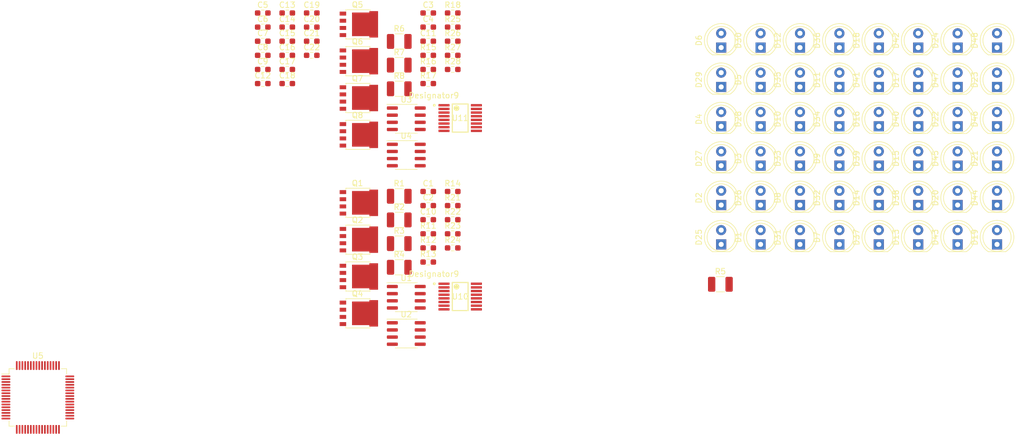
<source format=kicad_pcb>
(kicad_pcb (version 20221018) (generator pcbnew)
  (layers (0 "F.Cu" signal) (31 "B.Cu" signal) (34 "B.Paste" user) (35 "F.Paste" user) (36 "B.SilkS" user "B.Silkscreen") (37 "F.SilkS" user "F.Silkscreen") (38 "B.Mask" user) (39 "F.Mask" user) (44 "Edge.Cuts" user))
  (net 0 "")
  (net 1 "+12V")
  (net 2 "GND")
  (net 3 "+3.3V")
  (net 4 "/LED1")
  (net 5 "Net-(D1-A)")
  (net 6 "Net-(D2-A)")
  (net 7 "Net-(D3-A)")
  (net 8 "Net-(D4-A)")
  (net 9 "Net-(D5-A)")
  (net 10 "/LED2")
  (net 11 "Net-(D7-A)")
  (net 12 "Net-(D8-A)")
  (net 13 "Net-(D10-K)")
  (net 14 "Net-(D10-A)")
  (net 15 "Net-(D11-A)")
  (net 16 "/LED3")
  (net 17 "Net-(D13-A)")
  (net 18 "Net-(D14-A)")
  (net 19 "Net-(D15-A)")
  (net 20 "Net-(D16-A)")
  (net 21 "Net-(D17-A)")
  (net 22 "/LED4")
  (net 23 "Net-(D19-A)")
  (net 24 "Net-(D20-A)")
  (net 25 "Net-(D21-A)")
  (net 26 "Net-(D22-A)")
  (net 27 "Net-(D23-A)")
  (net 28 "/LED5")
  (net 29 "Net-(D25-A)")
  (net 30 "Net-(D26-A)")
  (net 31 "Net-(D27-A)")
  (net 32 "Net-(D28-A)")
  (net 33 "Net-(D29-A)")
  (net 34 "/LED6")
  (net 35 "Net-(D31-A)")
  (net 36 "Net-(D32-A)")
  (net 37 "Net-(D33-A)")
  (net 38 "Net-(D34-A)")
  (net 39 "Net-(D35-A)")
  (net 40 "/LED7")
  (net 41 "Net-(D37-A)")
  (net 42 "Net-(D38-A)")
  (net 43 "Net-(D39-A)")
  (net 44 "Net-(D40-A)")
  (net 45 "Net-(D41-A)")
  (net 46 "/LED8")
  (net 47 "Net-(D43-A)")
  (net 48 "Net-(D44-A)")
  (net 49 "Net-(D45-A)")
  (net 50 "Net-(D46-A)")
  (net 51 "Net-(D47-A)")
  (net 52 "/SENSE1")
  (net 53 "Net-(Q1-G)")
  (net 54 "/SENSE2")
  (net 55 "Net-(Q2-G)")
  (net 56 "/SENSE3")
  (net 57 "Net-(Q3-G)")
  (net 58 "/SENSE4")
  (net 59 "Net-(Q4-G)")
  (net 60 "/SENSE5")
  (net 61 "Net-(Q5-G)")
  (net 62 "/SENSE6")
  (net 63 "Net-(Q6-G)")
  (net 64 "/SENSE7")
  (net 65 "Net-(Q7-G)")
  (net 66 "/SENSE8")
  (net 67 "Net-(Q8-G)")
  (net 68 "Net-(R11-Pad1)")
  (net 69 "Net-(R12-Pad1)")
  (net 70 "Net-(R13-Pad1)")
  (net 71 "Net-(R14-Pad1)")
  (net 72 "Net-(R15-Pad1)")
  (net 73 "Net-(R16-Pad1)")
  (net 74 "Net-(R17-Pad1)")
  (net 75 "Net-(R18-Pad1)")
  (net 76 "/Sheet 2/REF1")
  (net 77 "/Sheet 2/REF2")
  (net 78 "/Sheet 2/REF3")
  (net 79 "/Sheet 2/REF4")
  (net 80 "/Sheet 3/REF1")
  (net 81 "/Sheet 3/REF2")
  (net 82 "/Sheet 3/REF3")
  (net 83 "/Sheet 3/REF4")
  (net 98 "Net-(U5-VSS-Pad15)")
  (net 145 "/SEL1")
  (net 146 "/DAC1")
  (net 148 "/SEL4")
  (net 149 "/SEL3")
  (net 151 "/SEL2")
  (net 152 "/SEL5")
  (net 153 "/DAC2")
  (net 155 "/SEL8")
  (net 156 "/SEL7")
  (net 158 "/SEL6")
  (footprint "LED_THT:LED_D5.0mm" (layer "F.Cu") (at 171 55 90)
    (fp_text reference "D32" (at 1.27 -3.96 90) (layer "F.SilkS"))
    (fp_text value "TLDR5800")
    (pad "1" thru_hole rect (at 0 0 90) (size 1.8 1.8) (drill 0.9) (layers "*.Cu" "*.Mask") (net 35 "Net-(D31-A)"))
    (pad "2" thru_hole circle (at 2.54 0 90) (size 1.8 1.8) (drill 0.9) (layers "*.Cu" "*.Mask") (net 36 "Net-(D32-A)"))
  )
  (footprint "Resistor_SMD:R_0603_1608Metric_Pad0.98x0.95mm_HandSolder" (layer "F.Cu") (at 72.926 33.398)
    (fp_text reference "C18" (at 0 -1.43) (layer "F.SilkS"))
    (fp_text value "10uF")
    (pad "1" smd roundrect (at -0.9125 0) (size 0.975 0.95) (layers "F.Cu" "F.Paste" "F.Mask") (net 1 "+12V"))
    (pad "2" smd roundrect (at 0.9125 0) (size 0.975 0.95) (layers "F.Cu" "F.Paste" "F.Mask") (net 2 "GND"))
  )
  (footprint "LED_THT:LED_D5.0mm" (layer "F.Cu") (at 178 48 90)
    (fp_text reference "D39" (at 1.27 -3.96 90) (layer "F.SilkS"))
    (fp_text value "TLDR5800")
    (pad "1" thru_hole rect (at 0 0 90) (size 1.8 1.8) (drill 0.9) (layers "*.Cu" "*.Mask") (net 42 "Net-(D38-A)"))
    (pad "2" thru_hole circle (at 2.54 0 90) (size 1.8 1.8) (drill 0.9) (layers "*.Cu" "*.Mask") (net 43 "Net-(D39-A)"))
  )
  (footprint "Resistor_SMD:R_0603_1608Metric_Pad0.98x0.95mm_HandSolder" (layer "F.Cu") (at 97.966 25.868)
    (fp_text reference "C11" (at 0 -1.43) (layer "F.SilkS"))
    (fp_text value "1nF")
    (pad "1" smd roundrect (at -0.9125 0) (size 0.975 0.95) (layers "F.Cu" "F.Paste" "F.Mask") (net 3 "+3.3V"))
    (pad "2" smd roundrect (at 0.9125 0) (size 0.975 0.95) (layers "F.Cu" "F.Paste" "F.Mask") (net 2 "GND"))
  )
  (footprint "Package_TO_SOT_SMD:LFPAK56" (layer "F.Cu") (at 85.481 54.608)
    (fp_text reference "Q1" (at -0.08 -3.48) (layer "F.SilkS"))
    (fp_text value "PSMN4R0-30YLD")
    (pad "1" smd rect (at -2.67 -1.91 270) (size 0.7 1.15) (layers "F.Cu" "F.Paste" "F.Mask") (net 52 "/SENSE1"))
    (pad "2" smd rect (at -2.67 -0.64 270) (size 0.7 1.15) (layers "F.Cu" "F.Paste" "F.Mask") (net 52 "/SENSE1"))
    (pad "3" smd rect (at -2.67 0.64 270) (size 0.7 1.15) (layers "F.Cu" "F.Paste" "F.Mask") (net 52 "/SENSE1"))
    (pad "4" smd rect (at -2.67 1.91 270) (size 0.7 1.15) (layers "F.Cu" "F.Paste" "F.Mask") (net 53 "Net-(Q1-G)"))
    (pad "5" smd custom (at 0.6 0) (size 3.3 4.2) (layers "F.Cu" "F.Mask") (net 4 "/LED1") (options (clearance outline) (anchor rect)) (primitives (gr_poly (pts (xy 2.975 2.35) (xy 1.425 2.35) (xy 1.425 -2.35) (xy 2.975 -2.35)) (width 0) (fill yes))))
  )
  (footprint "LED_THT:LED_D5.0mm" (layer "F.Cu") (at 199 62 90)
    (fp_text reference "D19" (at 1.27 -3.96 90) (layer "F.SilkS"))
    (fp_text value "VSLY5850")
    (pad "1" thru_hole rect (at 0 0 90) (size 1.8 1.8) (drill 0.9) (layers "*.Cu" "*.Mask") (net 22 "/LED4"))
    (pad "2" thru_hole circle (at 2.54 0 90) (size 1.8 1.8) (drill 0.9) (layers "*.Cu" "*.Mask") (net 23 "Net-(D19-A)"))
  )
  (footprint "Resistor_SMD:R_0603_1608Metric_Pad0.98x0.95mm_HandSolder" (layer "F.Cu") (at 102.316 60.118)
    (fp_text reference "R23" (at 0 -1.43) (layer "F.SilkS"))
    (fp_text value "100K")
    (pad "1" smd roundrect (at -0.9125 0) (size 0.975 0.95) (layers "F.Cu" "F.Paste" "F.Mask") (net 78 "/Sheet 2/REF3"))
    (pad "2" smd roundrect (at 0.9125 0) (size 0.975 0.95) (layers "F.Cu" "F.Paste" "F.Mask") (net 2 "GND"))
  )
  (footprint "Resistor_SMD:R_0603_1608Metric_Pad0.98x0.95mm_HandSolder" (layer "F.Cu") (at 102.316 28.378)
    (fp_text reference "R27" (at 0 -1.43) (layer "F.SilkS"))
    (fp_text value "100K")
    (pad "1" smd roundrect (at -0.9125 0) (size 0.975 0.95) (layers "F.Cu" "F.Paste" "F.Mask") (net 82 "/Sheet 3/REF3"))
    (pad "2" smd roundrect (at 0.9125 0) (size 0.975 0.95) (layers "F.Cu" "F.Paste" "F.Mask") (net 2 "GND"))
  )
  (footprint "LED_THT:LED_D5.0mm" (layer "F.Cu") (at 150 34 90)
    (fp_text reference "D29" (at 1.27 -3.96 90) (layer "F.SilkS"))
    (fp_text value "TLDR5800")
    (pad "1" thru_hole rect (at 0 0 90) (size 1.8 1.8) (drill 0.9) (layers "*.Cu" "*.Mask") (net 32 "Net-(D28-A)"))
    (pad "2" thru_hole circle (at 2.54 0 90) (size 1.8 1.8) (drill 0.9) (layers "*.Cu" "*.Mask") (net 33 "Net-(D29-A)"))
  )
  (footprint "Resistor_SMD:R_0603_1608Metric_Pad0.98x0.95mm_HandSolder" (layer "F.Cu") (at 72.926 28.378)
    (fp_text reference "C16" (at 0 -1.43) (layer "F.SilkS"))
    (fp_text value "10uF")
    (pad "1" smd roundrect (at -0.9125 0) (size 0.975 0.95) (layers "F.Cu" "F.Paste" "F.Mask") (net 1 "+12V"))
    (pad "2" smd roundrect (at 0.9125 0) (size 0.975 0.95) (layers "F.Cu" "F.Paste" "F.Mask") (net 2 "GND"))
  )
  (footprint "LED_THT:LED_D5.0mm" (layer "F.Cu") (at 157 55 90)
    (fp_text reference "D26" (at 1.27 -3.96 90) (layer "F.SilkS"))
    (fp_text value "TLDR5800")
    (pad "1" thru_hole rect (at 0 0 90) (size 1.8 1.8) (drill 0.9) (layers "*.Cu" "*.Mask") (net 29 "Net-(D25-A)"))
    (pad "2" thru_hole circle (at 2.54 0 90) (size 1.8 1.8) (drill 0.9) (layers "*.Cu" "*.Mask") (net 30 "Net-(D26-A)"))
  )
  (footprint "Resistor_SMD:R_1210_3225Metric_Pad1.30x2.65mm_HandSolder" (layer "F.Cu") (at 92.816 30.118)
    (fp_text reference "R7" (at 0 -2.28) (layer "F.SilkS"))
    (fp_text value "0.510")
    (pad "1" smd roundrect (at -1.55 0) (size 1.3 2.65) (layers "F.Cu" "F.Paste" "F.Mask") (roundrect_rratio 0.192308) (net 64 "/SENSE7"))
    (pad "2" smd roundrect (at 1.55 0) (size 1.3 2.65) (layers "F.Cu" "F.Paste" "F.Mask") (roundrect_rratio 0.192308) (net 2 "GND"))
  )
  (footprint "LED_THT:LED_D5.0mm" (layer "F.Cu") (at 185 41 90)
    (fp_text reference "D40" (at 1.27 -3.96 90) (layer "F.SilkS"))
    (fp_text value "TLDR5800")
    (pad "1" thru_hole rect (at 0 0 90) (size 1.8 1.8) (drill 0.9) (layers "*.Cu" "*.Mask") (net 43 "Net-(D39-A)"))
    (pad "2" thru_hole circle (at 2.54 0 90) (size 1.8 1.8) (drill 0.9) (layers "*.Cu" "*.Mask") (net 44 "Net-(D40-A)"))
  )
  (footprint "Resistor_SMD:R_0603_1608Metric_Pad0.98x0.95mm_HandSolder" (layer "F.Cu") (at 102.316 62.628)
    (fp_text reference "R24" (at 0 -1.43) (layer "F.SilkS"))
    (fp_text value "100K")
    (pad "1" smd roundrect (at -0.9125 0) (size 0.975 0.95) (layers "F.Cu" "F.Paste" "F.Mask") (net 79 "/Sheet 2/REF4"))
    (pad "2" smd roundrect (at 0.9125 0) (size 0.975 0.95) (layers "F.Cu" "F.Paste" "F.Mask") (net 2 "GND"))
  )
  (footprint "Resistor_SMD:R_0603_1608Metric_Pad0.98x0.95mm_HandSolder" (layer "F.Cu") (at 72.926 30.888)
    (fp_text reference "C17" (at 0 -1.43) (layer "F.SilkS"))
    (fp_text value "10uF")
    (pad "1" smd roundrect (at -0.9125 0) (size 0.975 0.95) (layers "F.Cu" "F.Paste" "F.Mask") (net 1 "+12V"))
    (pad "2" smd roundrect (at 0.9125 0) (size 0.975 0.95) (layers "F.Cu" "F.Paste" "F.Mask") (net 2 "GND"))
  )
  (footprint "LED_THT:LED_D5.0mm" (layer "F.Cu") (at 178 34 90)
    (fp_text reference "D41" (at 1.27 -3.96 90) (layer "F.SilkS"))
    (fp_text value "TLDR5800")
    (pad "1" thru_hole rect (at 0 0 90) (size 1.8 1.8) (drill 0.9) (layers "*.Cu" "*.Mask") (net 44 "Net-(D40-A)"))
    (pad "2" thru_hole circle (at 2.54 0 90) (size 1.8 1.8) (drill 0.9) (layers "*.Cu" "*.Mask") (net 45 "Net-(D41-A)"))
  )
  (footprint "Resistor_SMD:R_0603_1608Metric_Pad0.98x0.95mm_HandSolder" (layer "F.Cu") (at 68.576 20.848)
    (fp_text reference "C5" (at 0 -1.43) (layer "F.SilkS"))
    (fp_text value "10uF")
    (pad "1" smd roundrect (at -0.9125 0) (size 0.975 0.95) (layers "F.Cu" "F.Paste" "F.Mask") (net 1 "+12V"))
    (pad "2" smd roundrect (at 0.9125 0) (size 0.975 0.95) (layers "F.Cu" "F.Paste" "F.Mask") (net 2 "GND"))
  )
  (footprint "Resistor_SMD:R_0603_1608Metric_Pad0.98x0.95mm_HandSolder" (layer "F.Cu") (at 97.966 55.098)
    (fp_text reference "C2" (at 0 -1.43) (layer "F.SilkS"))
    (fp_text value "1nF")
    (pad "1" smd roundrect (at -0.9125 0) (size 0.975 0.95) (layers "F.Cu" "F.Paste" "F.Mask") (net 1 "+12V"))
    (pad "2" smd roundrect (at 0.9125 0) (size 0.975 0.95) (layers "F.Cu" "F.Paste" "F.Mask") (net 2 "GND"))
  )
  (footprint "Resistor_SMD:R_0603_1608Metric_Pad0.98x0.95mm_HandSolder" (layer "F.Cu") (at 102.316 52.588)
    (fp_text reference "R14" (at 0 -1.43) (layer "F.SilkS"))
    (fp_text value "100")
    (pad "1" smd roundrect (at -0.9125 0) (size 0.975 0.95) (layers "F.Cu" "F.Paste" "F.Mask") (net 71 "Net-(R14-Pad1)"))
    (pad "2" smd roundrect (at 0.9125 0) (size 0.975 0.95) (layers "F.Cu" "F.Paste" "F.Mask") (net 59 "Net-(Q4-G)"))
  )
  (footprint "LED_THT:LED_D5.0mm" (layer "F.Cu") (at 164 34 90)
    (fp_text reference "D35" (at 1.27 -3.96 90) (layer "F.SilkS"))
    (fp_text value "TLDR5800")
    (pad "1" thru_hole rect (at 0 0 90) (size 1.8 1.8) (drill 0.9) (layers "*.Cu" "*.Mask") (net 38 "Net-(D34-A)"))
    (pad "2" thru_hole circle (at 2.54 0 90) (size 1.8 1.8) (drill 0.9) (layers "*.Cu" "*.Mask") (net 39 "Net-(D35-A)"))
  )
  (footprint "Package_TO_SOT_SMD:LFPAK56" (layer "F.Cu") (at 85.481 29.418)
    (fp_text reference "Q6" (at -0.08 -3.48) (layer "F.SilkS"))
    (fp_text value "PSMN4R0-30YLD")
    (pad "1" smd rect (at -2.67 -1.91 270) (size 0.7 1.15) (layers "F.Cu" "F.Paste" "F.Mask") (net 62 "/SENSE6"))
    (pad "2" smd rect (at -2.67 -0.64 270) (size 0.7 1.15) (layers "F.Cu" "F.Paste" "F.Mask") (net 62 "/SENSE6"))
    (pad "3" smd rect (at -2.67 0.64 270) (size 0.7 1.15) (layers "F.Cu" "F.Paste" "F.Mask") (net 62 "/SENSE6"))
    (pad "4" smd rect (at -2.67 1.91 270) (size 0.7 1.15) (layers "F.Cu" "F.Paste" "F.Mask") (net 63 "Net-(Q6-G)"))
    (pad "5" smd custom (at 0.6 0) (size 3.3 4.2) (layers "F.Cu" "F.Mask") (net 34 "/LED6") (options (clearance outline) (anchor rect)) (primitives (gr_poly (pts (xy 2.975 2.35) (xy 1.425 2.35) (xy 1.425 -2.35) (xy 2.975 -2.35)) (width 0) (fill yes))))
  )
  (footprint "LED_THT:LED_D5.0mm" (layer "F.Cu") (at 199 41 90)
    (fp_text reference "D46" (at 1.27 -3.96 90) (layer "F.SilkS"))
    (fp_text value "TLDR5800")
    (pad "1" thru_hole rect (at 0 0 90) (size 1.8 1.8) (drill 0.9) (layers "*.Cu" "*.Mask") (net 49 "Net-(D45-A)"))
    (pad "2" thru_hole circle (at 2.54 0 90) (size 1.8 1.8) (drill 0.9) (layers "*.Cu" "*.Mask") (net 50 "Net-(D46-A)"))
  )
  (footprint "LED_THT:LED_D5.0mm" (layer "F.Cu") (at 157 62 90)
    (fp_text reference "D1" (at 1.27 -3.96 90) (layer "F.SilkS"))
    (fp_text value "VSLY5850")
    (pad "1" thru_hole rect (at 0 0 90) (size 1.8 1.8) (drill 0.9) (layers "*.Cu" "*.Mask") (net 4 "/LED1"))
    (pad "2" thru_hole circle (at 2.54 0 90) (size 1.8 1.8) (drill 0.9) (layers "*.Cu" "*.Mask") (net 5 "Net-(D1-A)"))
  )
  (footprint "Resistor_SMD:R_0603_1608Metric_Pad0.98x0.95mm_HandSolder" (layer "F.Cu") (at 97.966 62.628)
    (fp_text reference "R12" (at 0 -1.43) (layer "F.SilkS"))
    (fp_text value "100")
    (pad "1" smd roundrect (at -0.9125 0) (size 0.975 0.95) (layers "F.Cu" "F.Paste" "F.Mask") (net 69 "Net-(R12-Pad1)"))
    (pad "2" smd roundrect (at 0.9125 0) (size 0.975 0.95) (layers "F.Cu" "F.Paste" "F.Mask") (net 55 "Net-(Q2-G)"))
  )
  (footprint "Resistor_SMD:R_1210_3225Metric_Pad1.30x2.65mm_HandSolder" (layer "F.Cu") (at 92.816 61.858)
    (fp_text reference "R3" (at 0 -2.28) (layer "F.SilkS"))
    (fp_text value "0.510")
    (pad "1" smd roundrect (at -1.55 0) (size 1.3 2.65) (layers "F.Cu" "F.Paste" "F.Mask") (roundrect_rratio 0.192308) (net 56 "/SENSE3"))
    (pad "2" smd roundrect (at 1.55 0) (size 1.3 2.65) (layers "F.Cu" "F.Paste" "F.Mask") (roundrect_rratio 0.192308) (net 2 "GND"))
  )
  (footprint "LED_THT:LED_D5.0mm" (layer "F.Cu") (at 192 55 90)
    (fp_text reference "D20" (at 1.27 -3.96 90) (layer "F.SilkS"))
    (fp_text value "VSLY5850")
    (pad "1" thru_hole rect (at 0 0 90) (size 1.8 1.8) (drill 0.9) (layers "*.Cu" "*.Mask") (net 23 "Net-(D19-A)"))
    (pad "2" thru_hole circle (at 2.54 0 90) (size 1.8 1.8) (drill 0.9) (layers "*.Cu" "*.Mask") (net 24 "Net-(D20-A)"))
  )
  (footprint "LED_THT:LED_D5.0mm" (layer "F.Cu") (at 185 48 90)
    (fp_text reference "D15" (at 1.27 -3.96 90) (layer "F.SilkS"))
    (fp_text value "VSLY5850")
    (pad "1" thru_hole rect (at 0 0 90) (size 1.8 1.8) (drill 0.9) (layers "*.Cu" "*.Mask") (net 18 "Net-(D14-A)"))
    (pad "2" thru_hole circle (at 2.54 0 90) (size 1.8 1.8) (drill 0.9) (layers "*.Cu" "*.Mask") (net 19 "Net-(D15-A)"))
  )
  (footprint "LED_THT:LED_D5.0mm" (layer "F.Cu") (at 171 27 90)
    (fp_text reference "D36" (at 1.27 -3.96 90) (layer "F.SilkS"))
    (fp_text value "TLDR5800")
    (pad "1" thru_hole rect (at 0 0 90) (size 1.8 1.8) (drill 0.9) (layers "*.Cu" "*.Mask") (net 39 "Net-(D35-A)"))
    (pad "2" thru_hole circle (at 2.54 0 90) (size 1.8 1.8) (drill 0.9) (layers "*.Cu" "*.Mask") (net 1 "+12V"))
  )
  (footprint "Resistor_SMD:R_0603_1608Metric_Pad0.98x0.95mm_HandSolder" (layer "F.Cu") (at 97.966 28.378)
    (fp_text reference "R15" (at 0 -1.43) (layer "F.SilkS"))
    (fp_text value "100")
    (pad "1" smd roundrect (at -0.9125 0) (size 0.975 0.95) (layers "F.Cu" "F.Paste" "F.Mask") (net 72 "Net-(R15-Pad1)"))
    (pad "2" smd roundrect (at 0.9125 0) (size 0.975 0.95) (layers "F.Cu" "F.Paste" "F.Mask") (net 61 "Net-(Q5-G)"))
  )
  (footprint "LED_THT:LED_D5.0mm" (layer "F.Cu") (at 185 34 90)
    (fp_text reference "D17" (at 1.27 -3.96 90) (layer "F.SilkS"))
    (fp_text value "VSLY5850")
    (pad "1" thru_hole rect (at 0 0 90) (size 1.8 1.8) (drill 0.9) (layers "*.Cu" "*.Mask") (net 20 "Net-(D16-A)"))
    (pad "2" thru_hole circle (at 2.54 0 90) (size 1.8 1.8) (drill 0.9) (layers "*.Cu" "*.Mask") (net 21 "Net-(D17-A)"))
  )
  (footprint "Package_TO_SOT_SMD:LFPAK56" (layer "F.Cu") (at 85.481 35.968)
    (fp_text reference "Q7" (at -0.08 -3.48) (layer "F.SilkS"))
    (fp_text value "PSMN4R0-30YLD")
    (pad "1" smd rect (at -2.67 -1.91 270) (size 0.7 1.15) (layers "F.Cu" "F.Paste" "F.Mask") (net 64 "/SENSE7"))
    (pad "2" smd rect (at -2.67 -0.64 270) (size 0.7 1.15) (layers "F.Cu" "F.Paste" "F.Mask") (net 64 "/SENSE7"))
    (pad "3" smd rect (at -2.67 0.64 270) (size 0.7 1.15) (layers "F.Cu" "F.Paste" "F.Mask") (net 64 "/SENSE7"))
    (pad "4" smd rect (at -2.67 1.91 270) (size 0.7 1.15) (layers "F.Cu" "F.Paste" "F.Mask") (net 65 "Net-(Q7-G)"))
    (pad "5" smd custom (at 0.6 0) (size 3.3 4.2) (layers "F.Cu" "F.Mask") (net 40 "/LED7") (options (clearance outline) (anchor rect)) (primitives (gr_poly (pts (xy 2.975 2.35) (xy 1.425 2.35) (xy 1.425 -2.35) (xy 2.975 -2.35)) (width 0) (fill yes))))
  )
  (footprint "Resistor_SMD:R_0603_1608Metric_Pad0.98x0.95mm_HandSolder" (layer "F.Cu") (at 97.966 60.118)
    (fp_text reference "R11" (at 0 -1.43) (layer "F.SilkS"))
    (fp_text value "100")
    (pad "1" smd roundrect (at -0.9125 0) (size 0.975 0.95) (layers "F.Cu" "F.Paste" "F.Mask") (net 68 "Net-(R11-Pad1)"))
    (pad "2" smd roundrect (at 0.9125 0) (size 0.975 0.95) (layers "F.Cu" "F.Paste" "F.Mask") (net 53 "Net-(Q1-G)"))
  )
  (footprint "LED_THT:LED_D5.0mm" (layer "F.Cu") (at 178 62 90)
    (fp_text reference "D37" (at 1.27 -3.96 90) (layer "F.SilkS"))
    (fp_text value "TLDR5800")
    (pad "1" thru_hole rect (at 0 0 90) (size 1.8 1.8) (drill 0.9) (layers "*.Cu" "*.Mask") (net 40 "/LED7"))
    (pad "2" thru_hole circle (at 2.54 0 90) (size 1.8 1.8) (drill 0.9) (layers "*.Cu" "*.Mask") (net 41 "Net-(D37-A)"))
  )
  (footprint "LED_THT:LED_D5.0mm" (layer "F.Cu") (at 178 55 90)
    (fp_text reference "D14" (at 1.27 -3.96 90) (layer "F.SilkS"))
    (fp_text value "VSLY5850")
    (pad "1" thru_hole rect (at 0 0 90) (size 1.8 1.8) (drill 0.9) (layers "*.Cu" "*.Mask") (net 17 "Net-(D13-A)"))
    (pad "2" thru_hole circle (at 2.54 0 90) (size 1.8 1.8) (drill 0.9) (layers "*.Cu" "*.Mask") (net 18 "Net-(D14-A)"))
  )
  (footprint "Resistor_SMD:R_0603_1608Metric_Pad0.98x0.95mm_HandSolder" (layer "F.Cu") (at 102.316 30.888)
    (fp_text reference "R28" (at 0 -1.43) (layer "F.SilkS"))
    (fp_text value "100K")
    (pad "1" smd roundrect (at -0.9125 0) (size 0.975 0.95) (layers "F.Cu" "F.Paste" "F.Mask") (net 83 "/Sheet 3/REF4"))
    (pad "2" smd roundrect (at 0.9125 0) (size 0.975 0.95) (layers "F.Cu" "F.Paste" "F.Mask") (net 2 "GND"))
  )
  (footprint "LED_THT:LED_D5.0mm" (layer "F.Cu") (at 199 55 90)
    (fp_text reference "D44" (at 1.27 -3.96 90) (layer "F.SilkS"))
    (fp_text value "TLDR5800")
    (pad "1" thru_hole rect (at 0 0 90) (size 1.8 1.8) (drill 0.9) (layers "*.Cu" "*.Mask") (net 47 "Net-(D43-A)"))
    (pad "2" thru_hole circle (at 2.54 0 90) (size 1.8 1.8) (drill 0.9) (layers "*.Cu" "*.Mask") (net 48 "Net-(D44-A)"))
  )
  (footprint "Resistor_SMD:R_0603_1608Metric_Pad0.98x0.95mm_HandSolder" (layer "F.Cu") (at 97.966 20.848)
    (fp_text reference "C3" (at 0 -1.43) (layer "F.SilkS"))
    (fp_text value "1nF")
    (pad "1" smd roundrect (at -0.9125 0) (size 0.975 0.95) (layers "F.Cu" "F.Paste" "F.Mask") (net 1 "+12V"))
    (pad "2" smd roundrect (at 0.9125 0) (size 0.975 0.95) (layers "F.Cu" "F.Paste" "F.Mask") (net 2 "GND"))
  )
  (footprint "Resistor_SMD:R_1210_3225Metric_Pad1.30x2.65mm_HandSolder" (layer "F.Cu") (at 92.816 34.328)
    (fp_text reference "R8" (at 0 -2.28) (layer "F.SilkS"))
    (fp_text value "0.510")
    (pad "1" smd roundrect (at -1.55 0) (size 1.3 2.65) (layers "F.Cu" "F.Paste" "F.Mask") (roundrect_rratio 0.192308) (net 66 "/SENSE8"))
    (pad "2" smd roundrect (at 1.55 0) (size 1.3 2.65) (layers "F.Cu" "F.Paste" "F.Mask") (roundrect_rratio 0.192308) (net 2 "GND"))
  )
  (footprint "Resistor_SMD:R_0603_1608Metric_Pad0.98x0.95mm_HandSolder" (layer "F.Cu") (at 97.966 30.888)
    (fp_text reference "R16" (at 0 -1.43) (layer "F.SilkS"))
    (fp_text value "100")
    (pad "1" smd roundrect (at -0.9125 0) (size 0.975 0.95) (layers "F.Cu" "F.Paste" "F.Mask") (net 73 "Net-(R16-Pad1)"))
    (pad "2" smd roundrect (at 0.9125 0) (size 0.975 0.95) (layers "F.Cu" "F.Paste" "F.Mask") (net 63 "Net-(Q6-G)"))
  )
  (footprint "Resistor_SMD:R_0603_1608Metric_Pad0.98x0.95mm_HandSolder" (layer "F.Cu") (at 68.576 28.378)
    (fp_text reference "C8" (at 0 -1.43) (layer "F.SilkS"))
    (fp_text value "10uF")
    (pad "1" smd roundrect (at -0.9125 0) (size 0.975 0.95) (layers "F.Cu" "F.Paste" "F.Mask") (net 1 "+12V"))
    (pad "2" smd roundrect (at 0.9125 0) (size 0.975 0.95) (layers "F.Cu" "F.Paste" "F.Mask") (net 2 "GND"))
  )
  (footprint "Local:PW0016A-IPC_A" (layer "F.Cu") (at 103.644101 71.273)
    (fp_text reference "U10" (at 0 0 unlocked) (layer "F.SilkS"))
    (fp_text value "TMUX1112PWR")
    (fp_text user "Designator9" (at -4.6736 -4.0132 unlocked) (layer "F.SilkS"))
    (pad "1" smd rect (at -2.875384 -2.274999) (size 1.955432 0.420766) (layers "F.Cu" "F.Paste" "F.Mask") (net 145 "/SEL1"))
    (pad "2" smd rect (at -2.875384 -1.625001) (size 1.955432 0.420766) (layers "F.Cu" "F.Paste" "F.Mask") (net 76 "/Sheet 2/REF1"))
    (pad "3" smd rect (at -2.875384 -0.974999) (size 1.955432 0.420766) (layers "F.Cu" "F.Paste" "F.Mask") (net 146 "/DAC1"))
    (pad "4" smd rect (at -2.875384 -0.325001) (size 1.955432 0.420766) (layers "F.Cu" "F.Paste" "F.Mask"))
    (pad "5" smd rect (at -2.875384 0.325001) (size 1.955432 0.420766) (layers "F.Cu" "F.Paste" "F.Mask") (net 2 "GND"))
    (pad "6" smd rect (at -2.875384 0.974999) (size 1.955432 0.420766) (layers "F.Cu" "F.Paste" "F.Mask") (net 146 "/DAC1"))
    (pad "7" smd rect (at -2.875384 1.625001) (size 1.955432 0.420766) (layers "F.Cu" "F.Paste" "F.Mask") (net 79 "/Sheet 2/REF4"))
    (pad "8" smd rect (at -2.875384 2.274999) (size 1.955432 0.420766) (layers "F.Cu" "F.Paste" "F.Mask") (net 148 "/SEL4"))
    (pad "9" smd rect (at 2.875384 2.274999) (size 1.955432 0.420766) (layers "F.Cu" "F.Paste" "F.Mask") (net 149 "/SEL3"))
    (pad "10" smd rect (at 2.875384 1.625001) (size 1.955432 0.420766) (layers "F.Cu" "F.Paste" "F.Mask") (net 78 "/Sheet 2/REF3"))
    (pad "11" smd rect (at 2.875384 0.974999) (size 1.955432 0.420766) (layers "F.Cu" "F.Paste" "F.Mask") (net 146 "/DAC1"))
    (pad "12" smd rect (at 2.875384 0.325001) (size 1.955432 0.420766) (layers "F.Cu" "F.Paste" "F.Mask"))
    (pad "13" smd rect (at 2.875384 -0.325001) (size 1.955432 0.420766) (layers "F.Cu" "F.Paste" "F.Mask") (net 3 "+3.3V"))
    (pad "14" smd rect (at 2.875384 -0.974999) (size 1.955432 0.420766) (layers "F.Cu" "F.Paste" "F.Mask") (net 146 "/DAC1"))
    (pad "15" smd rect (at 2.875384 -1.625001) (size 1.955432 0.420766) (layers "F.Cu" "F.Paste" "F.Mask") (net 77 "/Sheet 2/REF2"))
    (pad "16" smd rect (at 2.875384 -2.274999) (size 1.955432 0.420766) (layers "F.Cu" "F.Paste" "F.Mask") (net 151 "/SEL2"))
  )
  (footprint "Package_TO_SOT_SMD:LFPAK56" (layer "F.Cu") (at 85.481 42.518)
    (fp_text reference "Q8" (at -0.08 -3.48) (layer "F.SilkS"))
    (fp_text value "PSMN4R0-30YLD")
    (pad "1" smd rect (at -2.67 -1.91 270) (size 0.7 1.15) (layers "F.Cu" "F.Paste" "F.Mask") (net 66 "/SENSE8"))
    (pad "2" smd rect (at -2.67 -0.64 270) (size 0.7 1.15) (layers "F.Cu" "F.Paste" "F.Mask") (net 66 "/SENSE8"))
    (pad "3" smd rect (at -2.67 0.64 270) (size 0.7 1.15) (layers "F.Cu" "F.Paste" "F.Mask") (net 66 "/SENSE8"))
    (pad "4" smd rect (at -2.67 1.91 270) (size 0.7 1.15) (layers "F.Cu" "F.Paste" "F.Mask") (net 67 "Net-(Q8-G)"))
    (pad "5" smd custom (at 0.6 0) (size 3.3 4.2) (layers "F.Cu" "F.Mask") (net 46 "/LED8") (options (clearance outline) (anchor rect)) (primitives (gr_poly (pts (xy 2.975 2.35) (xy 1.425 2.35) (xy 1.425 -2.35) (xy 2.975 -2.35)) (width 0) (fill yes))))
  )
  (footprint "Package_QFP:LQFP-64_10x10mm_P0.5mm" (layer "F.Cu") (at 28.626 89.218)
    (fp_text reference "U5" (at 0 -7.4) (layer "F.SilkS"))
    (fp_text value "STM32G431RBTx")
    (pad "1" smd roundrect (at -5.675 -3.75) (size 1.55 0.3) (layers "F.Cu" "F.Paste" "F.Mask"))
    (pad "2" smd roundrect (at -5.675 -3.25) (size 1.55 0.3) (layers "F.Cu" "F.Paste" "F.Mask"))
    (pad "3" smd roundrect (at -5.675 -2.75) (size 1.55 0.3) (layers "F.Cu" "F.Paste" "F.Mask"))
    (pad "4" smd roundrect (at -5.675 -2.25) (size 1.55 0.3) (layers "F.Cu" "F.Paste" "F.Mask"))
    (pad "5" smd roundrect (at -5.675 -1.75) (size 1.55 0.3) (layers "F.Cu" "F.Paste" "F.Mask"))
    (pad "6" smd roundrect (at -5.675 -1.25) (size 1.55 0.3) (layers "F.Cu" "F.Paste" "F.Mask"))
    (pad "7" smd roundrect (at -5.675 -0.75) (size 1.55 0.3) (layers "F.Cu" "F.Paste" "F.Mask"))
    (pad "8" smd roundrect (at -5.675 -0.25) (size 1.55 0.3) (layers "F.Cu" "F.Paste" "F.Mask"))
    (pad "9" smd roundrect (at -5.675 0.25) (size 1.55 0.3) (layers "F.Cu" "F.Paste" "F.Mask"))
    (pad "10" smd roundrect (at -5.675 0.75) (size 1.55 0.3) (layers "F.Cu" "F.Paste" "F.Mask"))
    (pad "11" smd roundrect (at -5.675 1.25) (size 1.55 0.3) (layers "F.Cu" "F.Paste" "F.Mask"))
    (pad "12" smd roundrect (at -5.675 1.75) (size 1.55 0.3) (layers "F.Cu" "F.Paste" "F.Mask"))
    (pad "13" smd roundrect (at -5.675 2.25) (size 1.55 0.3) (layers "F.Cu" "F.Paste" "F.Mask"))
    (pad "14" smd roundrect (at -5.675 2.75) (size 1.55 0.3) (layers "F.Cu" "F.Paste" "F.Mask"))
    (pad "15" smd roundrect (at -5.675 3.25) (size 1.55 0.3) (layers "F.Cu" "F.Paste" "F.Mask") (net 98 "Net-(U5-VSS-Pad15)"))
    (pad "16" smd roundrect (at -5.675 3.75) (size 1.55 0.3) (layers "F.Cu" "F.Paste" "F.Mask"))
    (pad "17" smd roundrect (at -3.75 5.675) (size 0.3 1.55) (layers "F.Cu" "F.Paste" "F.Mask"))
    (pad "18" smd roundrect (at -3.25 5.675) (size 0.3 1.55) (layers "F.Cu" "F.Paste" "F.Mask"))
    (pad "19" smd roundrect (at -2.75 5.675) (size 0.3 1.55) (layers "F.Cu" "F.Paste" "F.Mask"))
    (pad "20" smd roundrect (at -2.25 5.675) (size 0.3 1.55) (layers "F.Cu" "F.Paste" "F.Mask"))
    (pad "21" smd roundrect (at -1.75 5.675) (size 0.3 1.55) (layers "F.Cu" "F.Paste" "F.Mask"))
    (pad "22" smd roundrect (at -1.25 5.675) (size 0.3 1.55) (layers "F.Cu" "F.Paste" "F.Mask"))
    (pad "23" smd roundrect (at -0.75 5.675) (size 0.3 1.55) (layers "F.Cu" "F.Paste" "F.Mask"))
    (pad "24" smd roundrect (at -0.25 5.675) (size 0.3 1.55) (layers "F.Cu" "F.Paste" "F.Mask"))
    (pad "25" smd roundrect (at 0.25 5.675) (size 0.3 1.55) (layers "F.Cu" "F.Paste" "F.Mask"))
    (pad "26" smd roundrect (at 0.75 5.675) (size 0.3 1.55) (layers "F.Cu" "F.Paste" "F.Mask"))
    (pad "27" smd roundrect (at 1.25 5.675) (size 0.3 1.55) (layers "F.Cu" "F.Paste" "F.Mask"))
    (pad "28" smd roundrect (at 1.75 5.675) (size 0.3 1.55) (layers "F.Cu" "F.Paste" "F.Mask"))
    (pad "29" smd roundrect (at 2.25 5.675) (size 0.3 1.55) (layers "F.Cu" "F.Paste" "F.Mask"))
    (pad "30" smd roundrect (at 2.75 5.675) (size 0.3 1.55) (layers "F.Cu" "F.Paste" "F.Mask"))
    (pad "31" smd roundrect (at 3.25 5.675) (size 0.3 1.55) (layers "F.Cu" "F.Paste" "F.Mask") (net 98 "Net-(U5-VSS-Pad15)"))
    (pad "32" smd roundrect (at 3.75 5.675) (size 0.3 1.55) (layers "F.Cu" "F.Paste" "F.Mask"))
    (pad "33" smd roundrect (at 5.675 3.75) (size 1.55 0.3) (layers "F.Cu" "F.Paste" "F.Mask"))
    (pad "34" smd roundrect (at 5.675 3.25) (size 1.55 0.3) (layers "F.Cu" "F.Paste" "F.Mask"))
    (pad "35" smd roundrect (at 5.675 2.75) (size 1.55 0.3) (layers "F.Cu" "F.Paste" "F.Mask"))
    (pad "36" smd roundrect (at 5.675 2.25) (size 1.55 0.3) (layers "F.Cu" "F.Paste" "F.Mask"))
    (pad "37" smd roundrect (at 5.675 1.75) (size 1.55 0.3) (layers "F.Cu" "F.Paste" "F.Mask"))
    (pad "38" smd roundrect (at 5.675 1.25) (size 1.55 0.3) (layers "F.Cu" "F.Paste" "F.Mask"))
    (pad "39" smd roundrect (at 5.675 0.75) (size 1.55 0.3) (layers "F.Cu" "F.Paste" "F.Mask"))
    (pad "40" smd roundrect (at 5.675 0.25) (size 1.55 0.3) (layers "F.Cu" "F.Paste" "F.Mask"))
    (pad "41" smd roundrect (at 5.675 -0.25) (size 1.55 0.3) (layers "F.Cu" "F.Paste" "F.Mask"))
    (pad "42" smd roundrect (at 5.675 -0.75) (size 1.55 0.3) (layers "F.Cu" "F.Paste" "F.Mask"))
    (pad "43" smd roundrect (at 5.675 -1.25) (size 1.55 0.3) (layers "F.Cu" "F.Paste" "F.Mask"))
    (pad "44" smd roundrect (at 5.675 -1.75) (size 1.55 0.3) (layers "F.Cu" "F.Paste" "F.Mask"))
    (pad "45" smd roundrect (at 5.675 -2.25) (size 1.55 0.3) (layers "F.Cu" "F.Paste" "F.Mask"))
    (pad "46" smd roundrect (at 5.675 -2.75) (size 1.55 0.3) (layers "F.Cu" "F.Paste" "F.Mask"))
    (pad "47" smd roundrect (at 5.675 -3.25) (size 1.55 0.3) (layers "F.Cu" "F.Paste" "F.Mask") (net 98 "Net-(U5-VSS-Pad15)"))
    (pad "48" smd roundrect (at 5.675 -3.75) (size 1.55 0.3) (layers "F.Cu" "F.Paste" "F.Mask"))
    (pad "49" smd roundrect (at 3.75 -5.675) (size 0.3 1.55) (layers "F.Cu" "F.Paste" "F.Mask"))
    (pad "50" smd roundrect (at 3.25 -5.675) (size 0.3 1.55) (layers "F.Cu" "F.Paste" "F.Mask"))
    (pad "51" smd roundrect (at 2.75 -5.675) (size 0.3 1.55) (layers "F.Cu" "F.Paste" "F.Mask"))
    (pad "52" smd roundrect (at 2.25 -5.675) (size 0.3 1.55) (layers "F.Cu" "F.Paste" "F.Mask"))
    (pad "53" smd roundrect (at 1.75 -5.675) (size 0.3 1.55) (layers "F.Cu" "F.Paste" "F.Mask"))
    (pad "54" smd roundrect (at 1.25 -5.675) (size 0.3 1.55) (layers "F.Cu" "F.Paste" "F.Mask"))
    (pad "55" smd roundrect (at 0.75 -5.675) (size 0.3 1.55) (layers "F.Cu" "F.Paste" "F.Mask"))
    (pad "56" smd roundrect (at 0.25 -5.675) (size 0.3 1.55) (layers "F.Cu" "F.Paste" "F.Mask"))
    (pad "57" smd roundrect (at -0.25 -5.675) (size 0.3 1.55) (layers "F.Cu" "F.Paste" "F.Mask"))
    (pad "58" smd roundrect (at -0.75 -5.675) (size 0.3 1.55) (layers "F.Cu" "F.Paste" "F.Mask"))
    (pad "59" smd roundrect (at -1.25 -5.675) (size 0.3 1.55) (layers "F.Cu" "F.Paste" "F.Mask"))
    (pad "60" smd roundrect (at -1.75 -5.675) (size 0.3 1.55) (layers "F.Cu" "F.Paste" "F.Mask"))
    (pad "61" smd roundrect (at -2.25 -5.675) (size 0.3 1.55) (layers "F.Cu" "F.Paste" "F.Mask"))
    (pad "62" smd roundrect (at -2.75 -5.675) (size 0.3 1.55) (layers "F.Cu" "F.Paste" "F.Mask"))
    (pad "63" smd roundrect (at -3.25 -5.675) (size 0.3 1.55) (layers "F.Cu" "F.Paste" "F.Mask") (net 98 "Net-(U5-VSS-Pad15)"))
    (pad "64" smd roundrect (at -3.75 -5.675) (size 0.3 1.55) (layers "F.Cu" "F.Paste" "F.Mask"))
  )
  (footprint "Resistor_SMD:R_1210_3225Metric_Pad1.30x2.65mm_HandSolder" (layer "F.Cu") (at 92.816 25.908)
    (fp_text reference "R6" (at 0 -2.28) (layer "F.SilkS"))
    (fp_text value "0.510")
    (pad "1" smd roundrect (at -1.55 0) (size 1.3 2.65) (layers "F.Cu" "F.Paste" "F.Mask") (roundrect_rratio 0.192308) (net 62 "/SENSE6"))
    (pad "2" smd roundrect (at 1.55 0) (size 1.3 2.65) (layers "F.Cu" "F.Paste" "F.Mask") (roundrect_rratio 0.192308) (net 2 "GND"))
  )
  (footprint "Resistor_SMD:R_0603_1608Metric_Pad0.98x0.95mm_HandSolder" (layer "F.Cu") (at 68.576 30.888)
    (fp_text reference "C9" (at 0 -1.43) (layer "F.SilkS"))
    (fp_text value "10uF")
    (pad "1" smd roundrect (at -0.9125 0) (size 0.975 0.95) (layers "F.Cu" "F.Paste" "F.Mask") (net 1 "+12V"))
    (pad "2" smd roundrect (at 0.9125 0) (size 0.975 0.95) (layers "F.Cu" "F.Paste" "F.Mask") (net 2 "GND"))
  )
  (footprint "LED_THT:LED_D5.0mm" (layer "F.Cu") (at 157 34 90)
    (fp_text reference "D5" (at 1.27 -3.96 90) (layer "F.SilkS"))
    (fp_text value "VSLY5850")
    (pad "1" thru_hole rect (at 0 0 90) (size 1.8 1.8) (drill 0.9) (layers "*.Cu" "*.Mask") (net 8 "Net-(D4-A)"))
    (pad "2" thru_hole circle (at 2.54 0 90) (size 1.8 1.8) (drill 0.9) (layers "*.Cu" "*.Mask") (net 9 "Net-(D5-A)"))
  )
  (footprint "LED_THT:LED_D5.0mm" (layer "F.Cu") (at 150 62 90)
    (fp_text reference "D25" (at 1.27 -3.96 90) (layer "F.SilkS"))
    (fp_text value "TLDR5800")
    (pad "1" thru_hole rect (at 0 0 90) (size 1.8 1.8) (drill 0.9) (layers "*.Cu" "*.Mask") (net 28 "/LED5"))
    (pad "2" thru_hole circle (at 2.54 0 90) (size 1.8 1.8) (drill 0.9) (layers "*.Cu" "*.Mask") (net 29 "Net-(D25-A)"))
  )
  (footprint "LED_THT:LED_D5.0mm" (layer "F.Cu") (at 164 27 90)
    (fp_text reference "D12" (at 1.27 -3.96 90) (layer "F.SilkS"))
    (fp_text value "VSLY5850")
    (pad "1" thru_hole rect (at 0 0 90) (size 1.8 1.8) (drill 0.9) (layers "*.Cu" "*.Mask") (net 15 "Net-(D11-A)"))
    (pad "2" thru_hole circle (at 2.54 0 90) (size 1.8 1.8) (drill 0.9) (layers "*.Cu" "*.Mask") (net 1 "+12V"))
  )
  (footprint "LED_THT:LED_D5.0mm" (layer "F.Cu") (at 192 27 90)
    (fp_text reference "D24" (at 1.27 -3.96 90) (layer "F.SilkS"))
    (fp_text value "VSLY5850")
    (pad "1" thru_hole rect (at 0 0 90) (size 1.8 1.8) (drill 0.9) (layers "*.Cu" "*.Mask") (net 27 "Net-(D23-A)"))
    (pad "2" thru_hole circle (at 2.54 0 90) (size 1.8 1.8) (drill 0.9) (layers "*.Cu" "*.Mask") (net 1 "+12V"))
  )
  (footprint "LED_THT:LED_D5.0mm" (layer "F.Cu") (at 185 55 90)
    (fp_text reference "D38" (at 1.27 -3.96 90) (layer "F.SilkS"))
    (fp_text value "TLDR5800")
    (pad "1" thru_hole rect (at 0 0 90) (size 1.8 1.8) (drill 0.9) (layers "*.Cu" "*.Mask") (net 41 "Net-(D37-A)"))
    (pad "2" thru_hole circle (at 2.54 0 90) (size 1.8 1.8) (drill 0.9) (layers "*.Cu" "*.Mask") (net 42 "Net-(D38-A)"))
  )
  (footprint "Resistor_SMD:R_0603_1608Metric_Pad0.98x0.95mm_HandSolder" (layer "F.Cu") (at 68.576 23.358)
    (fp_text reference "C6" (at 0 -1.43) (layer "F.SilkS"))
    (fp_text value "10uF")
    (pad "1" smd roundrect (at -0.9125 0) (size 0.975 0.95) (layers "F.Cu" "F.Paste" "F.Mask") (net 1 "+12V"))
    (pad "2" smd roundrect (at 0.9125 0) (size 0.975 0.95) (layers "F.Cu" "F.Paste" "F.Mask") (net 2 "GND"))
  )
  (footprint "LED_THT:LED_D5.0mm" (layer "F.Cu") (at 157 27 90)
    (fp_text reference "D30" (at 1.27 -3.96 90) (layer "F.SilkS"))
    (fp_text value "TLDR5800")
    (pad "1" thru_hole rect (at 0 0 90) (size 1.8 1.8) (drill 0.9) (layers "*.Cu" "*.Mask") (net 33 "Net-(D29-A)"))
    (pad "2" thru_hole circle (at 2.54 0 90) (size 1.8 1.8) (drill 0.9) (layers "*.Cu" "*.Mask") (net 1 "+12V"))
  )
  (footprint "LED_THT:LED_D5.0mm" (layer "F.Cu") (at 157 41 90)
    (fp_text reference "D28" (at 1.27 -3.96 90) (layer "F.SilkS"))
    (fp_text value "TLDR5800")
    (pad "1" thru_hole rect (at 0 0 90) (size 1.8 1.8) (drill 0.9) (layers "*.Cu" "*.Mask") (net 31 "Net-(D27-A)"))
    (pad "2" thru_hole circle (at 2.54 0 90) (size 1.8 1.8) (drill 0.9) (layers "*.Cu" "*.Mask") (net 32 "Net-(D28-A)"))
  )
  (footprint "Package_SO:SOIC-8_3.9x4.9mm_P1.27mm" (layer "F.Cu") (at 94.066 71.398)
    (fp_text reference "U1" (at 0 -3.4) (layer "F.SilkS"))
    (fp_text value "ADA4099-2")
    (pad "1" smd roundrect (at -2.475 -1.905) (size 1.95 0.6) (layers "F.Cu" "F.Paste" "F.Mask") (net 68 "Net-(R11-Pad1)"))
    (pad "2" smd roundrect (at -2.475 -0.635) (size 1.95 0.6) (layers "F.Cu" "F.Paste" "F.Mask") (net 52 "/SENSE1"))
    (pad "3" smd roundrect (at -2.475 0.635) (size 1.95 0.6) (layers "F.Cu" "F.Paste" "F.Mask") (net 76 "/Sheet 2/REF1"))
    (pad "4" smd roundrect (at -2.475 1.905) (size 1.95 0.6) (layers "F.Cu" "F.Paste" "F.Mask") (net 2 "GND"))
    (pad "5" smd roundrect (at 2.475 1.905) (size 1.95 0.6) (layers "F.Cu" "F.Paste" "F.Mask") (net 77 "/Sheet 2/REF2"))
    (pad "6" smd roundrect (at 2.475 0.635) (size 1.95 0.6) (layers "F.Cu" "F.Paste" "F.Mask") (net 54 "/SENSE2"))
    (pad "7" smd roundrect (at 2.475 -0.635) (size 1.95 0.6) (layers "F.Cu" "F.Paste" "F.Mask") (net 69 "Net-(R12-Pad1)"))
    (pad "8" smd roundrect (at 2.475 -1.905) (size 1.95 0.6) (layers "F.Cu" "F.Paste" "F.Mask") (net 1 "+12V"))
  )
  (footprint "LED_THT:LED_D5.0mm" (layer "F.Cu") (at 199 27 90)
    (fp_text reference "D48" (at 1.27 -3.96 90) (layer "F.SilkS"))
    (fp_text value "TLDR5800")
    (pad "1" thru_hole rect (at 0 0 90) (size 1.8 1.8) (drill 0.9) (layers "*.Cu" "*.Mask") (net 51 "Net-(D47-A)"))
    (pad "2" thru_hole circle (at 2.54 0 90) (size 1.8 1.8) (drill 0.9) (layers "*.Cu" "*.Mask") (net 1 "+12V"))
  )
  (footprint "LED_THT:LED_D5.0mm" (layer "F.Cu") (at 185 27 90)
    (fp_text reference "D42" (at 1.27 -3.96 90) (layer "F.SilkS"))
    (fp_text value "TLDR5800")
    (pad "1" thru_hole rect (at 0 0 90) (size 1.8 1.8) (drill 0.9) (layers "*.Cu" "*.Mask") (net 45 "Net-(D41-A)"))
    (pad "2" thru_hole circle (at 2.54 0 90) (size 1.8 1.8) (drill 0.9) (layers "*.Cu" "*.Mask") (net 1 "+12V"))
  )
  (footprint "Resistor_SMD:R_1210_3225Metric_Pad1.30x2.65mm_HandSolder" (layer "F.Cu") (at 149.86 69.088)
    (fp_text reference "R5" (at 0 -2.28) (layer "F.SilkS"))
    (fp_text value "0.510")
    (pad "1" smd roundrect (at -1.55 0) (size 1.3 2.65) (layers "F.Cu" "F.Paste" "F.Mask") (roundrect_rratio 0.192308) (net 60 "/SENSE5"))
    (pad "2" smd roundrect (at 1.55 0) (size 1.3 2.65) (layers "F.Cu" "F.Paste" "F.Mask") (roundrect_rratio 0.192308) (net 2 "GND"))
  )
  (footprint "Package_TO_SOT_SMD:LFPAK56" (layer "F.Cu") (at 85.481 67.708)
    (fp_text reference "Q3" (at -0.08 -3.48) (layer "F.SilkS"))
    (fp_text value "PSMN4R0-30YLD")
    (pad "1" smd rect (at -2.67 -1.91 270) (size 0.7 1.15) (layers "F.Cu" "F.Paste" "F.Mask") (net 56 "/SENSE3"))
    (pad "2" smd rect (at -2.67 -0.64 270) (size 0.7 1.15) (layers "F.Cu" "F.Paste" "F.Mask") (net 56 "/SENSE3"))
    (pad "3" smd rect (at -2.67 0.64 270) (size 0.7 1.15) (layers "F.Cu" "F.Paste" "F.Mask") (net 56 "/SENSE3"))
    (pad "4" smd rect (at -2.67 1.91 270) (size 0.7 1.15) (layers "F.Cu" "F.Paste" "F.Mask") (net 57 "Net-(Q3-G)"))
    (pad "5" smd custom (at 0.6 0) (size 3.3 4.2) (layers "F.Cu" "F.Mask") (net 16 "/LED3") (options (clearance outline) (anchor rect)) (primitives (gr_poly (pts (xy 2.975 2.35) (xy 1.425 2.35) (xy 1.425 -2.35) (xy 2.975 -2.35)) (width 0) (fill yes))))
  )
  (footprint "LED_THT:LED_D5.0mm" (layer "F.Cu") (at 171 34 90)
    (fp_text reference "D11" (at 1.27 -3.96 90) (layer "F.SilkS"))
    (fp_text value "VSLY5850")
    (pad "1" thru_hole rect (at 0 0 90) (size 1.8 1.8) (drill 0.9) (layers "*.Cu" "*.Mask") (net 14 "Net-(D10-A)"))
    (pad "2" thru_hole circle (at 2.54 0 90) (size 1.8 1.8) (drill 0.9) (layers "*.Cu" "*.Mask") (net 15 "Net-(D11-A)"))
  )
  (footprint "Local:PW0016A-IPC_A" (layer "F.Cu") (at 103.644101 39.533)
    (fp_text reference "U11" (at 0 0 unlocked) (layer "F.SilkS"))
    (fp_text value "TMUX1112PWR")
    (fp_text user "Designator9" (at -4.6736 -4.0132 unlocked) (layer "F.SilkS"))
    (pad "1" smd rect (at -2.875384 -2.274999) (size 1.955432 0.420766) (layers "F.Cu" "F.Paste" "F.Mask") (net 152 "/SEL5"))
    (pad "2" smd rect (at -2.875384 -1.625001) (size 1.955432 0.420766) (layers "F.Cu" "F.Paste" "F.Mask") (net 80 "/Sheet 3/REF1"))
    (pad "3" smd rect (at -2.875384 -0.974999) (size 1.955432 0.420766) (layers "F.Cu" "F.Paste" "F.Mask") (net 153 "/DAC2"))
    (pad "4" smd rect (at -2.875384 -0.325001) (size 1.955432 0.420766) (layers "F.Cu" "F.Paste" "F.Mask"))
    (pad "5" smd rect (at -2.875384 0.325001) (size 1.955432 0.420766) (layers "F.Cu" "F.Paste" "F.Mask") (net 2 "GND"))
    (pad "6" smd rect (at -2.875384 0.974999) (size 1.955432 0.420766) (layers "F.Cu" "F.Paste" "F.Mask") (net 153 "/DAC2"))
    (pad "7" smd rect (at -2.875384 1.625001) (size 1.955432 0.420766) (layers "F.Cu" "F.Paste" "F.Mask") (net 83 "/Sheet 3/REF4"))
    (pad "8" smd rect (at -2.875384 2.274999) (size 1.955432 0.420766) (layers "F.Cu" "F.Paste" "F.Mask") (net 155 "/SEL8"))
    (pad "9" smd rect (at 2.875384 2.274999) (size 1.955432 0.420766) (layers "F.Cu" "F.Paste" "F.Mask") (net 156 "/SEL7"))
    (pad "10" smd rect (at 2.875384 1.625001) (size 1.955432 0.420766) (layers "F.Cu" "F.Paste" "F.Mask") (net 82 "/Sheet 3/REF3"))
    (pad "11" smd rect (at 2.875384 0.974999) (size 1.955432 0.420766) (layers "F.Cu" "F.Paste" "F.Mask") (net 153 "/DAC2"))
    (pad "12" smd rect (at 2.875384 0.325001) (size 1.955432 0.420766) (layers "F.Cu" "F.Paste" "F.Mask"))
    (pad "13" smd rect (at 2.875384 -0.325001) (size 1.955432 0.420766) (layers "F.Cu" "F.Paste" "F.Mask") (net 3 "+3.3V"))
    (pad "14" smd rect (at 2.875384 -0.974999) (size 1.955432 0.420766) (layers "F.Cu" "F.Paste" "F.Mask") (net 153 "/DAC2"))
    (pad "15" smd rect (at 2.875384 -1.625001) (size 1.955432 0.420766) (layers "F.Cu" "F.Paste" "F.Mask") (net 81 "/Sheet 3/REF2"))
    (pad "16" smd rect (at 2.875384 -2.274999) (size 1.955432 0.420766) (layers "F.Cu" "F.Paste" "F.Mask") (net 158 "/SEL6"))
  )
  (footprint "Resistor_SMD:R_0603_1608Metric_Pad0.98x0.95mm_HandSolder" (layer "F.Cu") (at 72.926 25.868)
    (fp_text reference "C15" (at 0 -1.43) (layer "F.SilkS"))
    (fp_text value "10uF")
    (pad "1" smd roundrect (at -0.9125 0) (size 0.975 0.95) (layers "F.Cu" "F.Paste" "F.Mask") (net 1 "+12V"))
    (pad "2" smd roundrect (at 0.9125 0) (size 0.975 0.95) (layers "F.Cu" "F.Paste" "F.Mask") (net 2 "GND"))
  )
  (footprint "Resistor_SMD:R_0603_1608Metric_Pad0.98x0.95mm_HandSolder" (layer "F.Cu") (at 77.276 23.358)
    (fp_text reference "C20" (at 0 -1.43) (layer "F.SilkS"))
    (fp_text value "10uF")
    (pad "1" smd roundrect (at -0.9125 0) (size 0.975 0.95) (layers "F.Cu" "F.Paste" "F.Mask") (net 1 "+12V"))
    (pad "2" smd roundrect (at 0.9125 0) (size 0.975 0.95) (layers "F.Cu" "F.Paste" "F.Mask") (net 2 "GND"))
  )
  (footprint "LED_THT:LED_D5.0mm" (layer "F.Cu") (at 171 48 90)
    (fp_text reference "D9" (at 1.27 -3.96 90) (layer "F.SilkS"))
    (fp_text value "VSLY5850")
    (pad "1" thru_hole rect (at 0 0 90) (size 1.8 1.8) (drill 0.9) (layers "*.Cu" "*.Mask") (net 12 "Net-(D8-A)"))
    (pad "2" thru_hole circle (at 2.54 0 90) (size 1.8 1.8) (drill 0.9) (layers "*.Cu" "*.Mask") (net 13 "Net-(D10-K)"))
  )
  (footprint "LED_THT:LED_D5.0mm" (layer "F.Cu") (at 192 62 90)
    (fp_text reference "D43" (at 1.27 -3.96 90) (layer "F.SilkS"))
    (fp_text value "TLDR5800")
    (pad "1" thru_hole rect (at 0 0 90) (size 1.8 1.8) (drill 0.9) (layers "*.Cu" "*.Mask") (net 46 "/LED8"))
    (pad "2" thru_hole circle (at 2.54 0 90) (size 1.8 1.8) (drill 0.9) (layers "*.Cu" "*.Mask") (net 47 "Net-(D43-A)"))
  )
  (footprint "Resistor_SMD:R_0603_1608Metric_Pad0.98x0.95mm_HandSolder" (layer "F.Cu") (at 102.316 20.848)
    (fp_text reference "R18" (at 0 -1.43) (layer "F.SilkS"))
    (fp_text value "100")
    (pad "1" smd roundrect (at -0.9125 0) (size 0.975 0.95) (layers "F.Cu" "F.Paste" "F.Mask") (net 75 "Net-(R18-Pad1)"))
    (pad "2" smd roundrect (at 0.9125 0) (size 0.975 0.95) (layers "F.Cu" "F.Paste" "F.Mask") (net 67 "Net-(Q8-G)"))
  )
  (footprint "Package_TO_SOT_SMD:LFPAK56" (layer "F.Cu") (at 85.481 74.258)
    (fp_text reference "Q4" (at -0.08 -3.48) (layer "F.SilkS"))
    (fp_text value "PSMN4R0-30YLD")
    (pad "1" smd rect (at -2.67 -1.91 270) (size 0.7 1.15) (layers "F.Cu" "F.Paste" "F.Mask") (net 58 "/SENSE4"))
    (pad "2" smd rect (at -2.67 -0.64 270) (size 0.7 1.15) (layers "F.Cu" "F.Paste" "F.Mask") (net 58 "/SENSE4"))
    (pad "3" smd rect (at -2.67 0.64 270) (size 0.7 1.15) (layers "F.Cu" "F.Paste" "F.Mask") (net 58 "/SENSE4"))
    (pad "4" smd rect (at -2.67 1.91 270) (size 0.7 1.15) (layers "F.Cu" "F.Paste" "F.Mask") (net 59 "Net-(Q4-G)"))
    (pad "5" smd custom (at 0.6 0) (size 3.3 4.2) (layers "F.Cu" "F.Mask") (net 22 "/LED4") (options (clearance outline) (anchor rect)) (primitives (gr_poly (pts (xy 2.975 2.35) (xy 1.425 2.35) (xy 1.425 -2.35) (xy 2.975 -2.35)) (width 0) (fill yes))))
  )
  (footprint "Resistor_SMD:R_0603_1608Metric_Pad0.98x0.95mm_HandSolder" (layer "F.Cu") (at 97.966 52.588)
    (fp_text reference "C1" (at 0 -1.43) (layer "F.SilkS"))
    (fp_text value "1nF")
    (pad "1" smd roundrect (at -0.9125 0) (size 0.975 0.95) (layers "F.Cu" "F.Paste" "F.Mask") (net 1 "+12V"))
    (pad "2" smd roundrect (at 0.9125 0) (size 0.975 0.95) (layers "F.Cu" "F.Paste" "F.Mask") (net 2 "GND"))
  )
  (footprint "LED_THT:LED_D5.0mm" (layer "F.Cu") (at 199 34 90)
    (fp_text reference "D23" (at 1.27 -3.96 90) (layer "F.SilkS"))
    (fp_text value "VSLY5850")
    (pad "1" thru_hole rect (at 0 0 90) (size 1.8 1.8) (drill 0.9) (layers "*.Cu" "*.Mask") (net 26 "Net-(D22-A)"))
    (pad "2" thru_hole circle (at 2.54 0 90) (size 1.8 1.8) (drill 0.9) (layers "*.Cu" "*.Mask") (net 27 "Net-(D23-A)"))
  )
  (footprint "Resistor_SMD:R_0603_1608Metric_Pad0.98x0.95mm_HandSolder" (layer "F.Cu") (at 102.316 25.868)
    (fp_text reference "R26" (at 0 -1.43) (layer "F.SilkS"))
    (fp_text value "100K")
    (pad "1" smd roundrect (at -0.9125 0) (size 0.975 0.95) (layers "F.Cu" "F.Paste" "F.Mask") (net 81 "/Sheet 3/REF2"))
    (pad "2" smd roundrect (at 0.9125 0) (size 0.975 0.95) (layers "F.Cu" "F.Paste" "F.Mask") (net 2 "GND"))
  )
  (footprint "Package_SO:SOIC-8_3.9x4.9mm_P1.27mm" (layer "F.Cu") (at 94.066 39.658)
    (fp_text reference "U3" (at 0 -3.4) (layer "F.SilkS"))
    (fp_text value "ADA4099-2")
    (pad "1" smd roundrect (at -2.475 -1.905) (size 1.95 0.6) (layers "F.Cu" "F.Paste" "F.Mask") (net 72 "Net-(R15-Pad1)"))
    (pad "2" smd roundrect (at -2.475 -0.635) (size 1.95 0.6) (layers "F.Cu" "F.Paste" "F.Mask") (net 60 "/SENSE5"))
    (pad "3" smd roundrect (at -2.475 0.635) (size 1.95 0.6) (layers "F.Cu" "F.Paste" "F.Mask") (net 80 "/Sheet 3/REF1"))
    (pad "4" smd roundrect (at -2.475 1.905) (size 1.95 0.6) (layers "F.Cu" "F.Paste" "F.Mask") (net 2 "GND"))
    (pad "5" smd roundrect (at 2.475 1.905) (size 1.95 0.6) (layers "F.Cu" "F.Paste" "F.Mask") (net 81 "/Sheet 3/REF2"))
    (pad "6" smd roundrect (at 2.475 0.635) (size 1.95 0.6) (layers "F.Cu" "F.Paste" "F.Mask") (net 62 "/SENSE6"))
    (pad "7" smd roundrect (at 2.475 -0.635) (size 1.95 0.6) (layers "F.Cu" "F.Paste" "F.Mask") (net 73 "Net-(R16-Pad1)"))
    (pad "8" smd roundrect (at 2.475 -1.905) (size 1.95 0.6) (layers "F.Cu" "F.Paste" "F.Mask") (net 1 "+12V"))
  )
  (footprint "LED_THT:LED_D5.0mm" (layer "F.Cu") (at 157 48 90)
    (fp_text reference "D3" (at 1.27 -3.96 90) (layer "F.SilkS"))
    (fp_text value "VSLY5850")
    (pad "1" thru_hole rect (at 0 0 90) (size 1.8 1.8) (drill 0.9) (layers "*.Cu" "*.Mask") (net 6 "Net-(D2-A)"))
    (pad "2" thru_hole circle (at 2.54 0 90) (size 1.8 1.8) (drill 0.9) (layers "*.Cu" "*.Mask") (net 7 "Net-(D3-A)"))
  )
  (footprint "LED_THT:LED_D5.0mm" (layer "F.Cu") (at 150 55 90)
    (fp_text reference "D2" (at 1.27 -3.96 90) (layer "F.SilkS"))
    (fp_text value "VSLY5850")
    (pad "1" thru_hole rect (at 0 0 90) (size 1.8 1.8) (drill 0.9) (layers "*.Cu" "*.Mask") (net 5 "Net-(D1-A)"))
    (pad "2" thru_hole circle (at 2.54 0 90) (size 1.8 1.8) (drill 0.9) (layers "*.Cu" "*.Mask") (net 6 "Net-(D2-A)"))
  )
  (footprint "Resistor_SMD:R_0603_1608Metric_Pad0.98x0.95mm_HandSolder" (layer "F.Cu") (at 72.926 23.358)
    (fp_text reference "C14" (at 0 -1.43) (layer "F.SilkS"))
    (fp_text value "10uF")
    (pad "1" smd roundrect (at -0.9125 0) (size 0.975 0.95) (layers "F.Cu" "F.Paste" "F.Mask") (net 1 "+12V"))
    (pad "2" smd roundrect (at 0.9125 0) (size 0.975 0.95) (layers "F.Cu" "F.Paste" "F.Mask") (net 2 "GND"))
  )
  (footprint "LED_THT:LED_D5.0mm" (layer "F.Cu") (at 171 62 90)
    (fp_text reference "D7" (at 1.27 -3.96 90) (layer "F.SilkS"))
    (fp_text value "VSLY5850")
    (pad "1" thru_hole rect (at 0 0 90) (size 1.8 1.8) (drill 0.9) (layers "*.Cu" "*.Mask") (net 10 "/LED2"))
    (pad "2" thru_hole circle (at 2.54 0 90) (size 1.8 1.8) (drill 0.9) (layers "*.Cu" "*.Mask") (net 11 "Net-(D7-A)"))
  )
  (footprint "Package_SO:SOIC-8_3.9x4.9mm_P1.27mm" (layer "F.Cu") (at 94.066 77.848)
    (fp_text reference "U2" (at 0 -3.4) (layer "F.SilkS"))
    (fp_text value "ADA4099-2")
    (pad "1" smd roundrect (at -2.475 -1.905) (size 1.95 0.6) (layers "F.Cu" "F.Paste" "F.Mask") (net 70 "Net-(R13-Pad1)"))
    (pad "2" smd roundrect (at -2.475 -0.635) (size 1.95 0.6) (layers "F.Cu" "F.Paste" "F.Mask") (net 56 "/SENSE3"))
    (pad "3" smd roundrect (at -2.475 0.635) (size 1.95 0.6) (layers "F.Cu" "F.Paste" "F.Mask") (net 78 "/Sheet 2/REF3"))
    (pad "4" smd roundrect (at -2.475 1.905) (size 1.95 0.6) (layers "F.Cu" "F.Paste" "F.Mask") (net 2 "GND"))
    (pad "5" smd roundrect (at 2.475 1.905) (size 1.95 0.6) (layers "F.Cu" "F.Paste" "F.Mask") (net 79 "/Sheet 2/REF4"))
    (pad "6" smd roundrect (at 2.475 0.635) (size 1.95 0.6) (layers "F.Cu" "F.Paste" "F.Mask") (net 58 "/SENSE4"))
    (pad "7" smd roundrect (at 2.475 -0.635) (size 1.95 0.6) (layers "F.Cu" "F.Paste" "F.Mask") (net 71 "Net-(R14-Pad1)"))
    (pad "8" smd roundrect (at 2.475 -1.905) (size 1.95 0.6) (layers "F.Cu" "F.Paste" "F.Mask") (net 1 "+12V"))
  )
  (footprint "LED_THT:LED_D5.0mm" (layer "F.Cu") (at 150 48 90)
    (fp_text reference "D27" (at 1.27 -3.96 90) (layer "F.SilkS"))
    (fp_text value "TLDR5800")
    (pad "1" thru_hole rect (at 0 0 90) (size 1.8 1.8) (drill 0.9) (layers "*.Cu" "*.Mask") (net 30 "Net-(D26-A)"))
    (pad "2" thru_hole circle (at 2.54 0 90) (size 1.8 1.8) (drill 0.9) (layers "*.Cu" "*.Mask") (net 31 "Net-(D27-A)"))
  )
  (footprint "Resistor_SMD:R_0603_1608Metric_Pad0.98x0.95mm_HandSolder" (layer "F.Cu") (at 77.276 25.868)
    (fp_text reference "C21" (at 0 -1.43) (layer "F.SilkS"))
    (fp_text value "10uF")
    (pad "1" smd roundrect (at -0.9125 0) (size 0.975 0.95) (layers "F.Cu" "F.Paste" "F.Mask") (net 1 "+12V"))
    (pad "2" smd roundrect (at 0.9125 0) (size 0.975 0.95) (layers "F.Cu" "F.Paste" "F.Mask") (net 2 "GND"))
  )
  (footprint "Resistor_SMD:R_1210_3225Metric_Pad1.30x2.65mm_HandSolder" (layer "F.Cu") (at 92.816 66.068)
    (fp_text reference "R4" (at 0 -2.28) (layer "F.SilkS"))
    (fp_text value "0.510")
    (pad "1" smd roundrect (at -1.55 0) (size 1.3 2.65) (layers "F.Cu" "F.Paste" "F.Mask") (roundrect_rratio 0.192308) (net 58 "/SENSE4"))
    (pad "2" smd roundrect (at 1.55 0) (size 1.3 2.65) (layers "F.Cu" "F.Paste" "F.Mask") (roundrect_rratio 0.192308) (net 2 "GND"))
  )
  (footprint "Resistor_SMD:R_0603_1608Metric_Pad0.98x0.95mm_HandSolder" (layer "F.Cu") (at 77.276 28.378)
    (fp_text reference "C22" (at 0 -1.43) (layer "F.SilkS"))
    (fp_text value "10uF")
    (pad "1" smd roundrect (at -0.9125 0) (size 0.975 0.95) (layers "F.Cu" "F.Paste" "F.Mask") (net 1 "+12V"))
    (pad "2" smd roundrect (at 0.9125 0) (size 0.975 0.95) (layers "F.Cu" "F.Paste" "F.Mask") (net 2 "GND"))
  )
  (footprint "LED_THT:LED_D5.0mm" (layer "F.Cu") (at 178 27 90)
    (fp_text reference "D18" (at 1.27 -3.96 90) (layer "F.SilkS"))
    (fp_text value "VSLY5850")
    (pad "1" thru_hole rect (at 0 0 90) (size 1.8 1.8) (drill 0.9) (layers "*.Cu" "*.Mask") (net 21 "Net-(D17-A)"))
    (pad "2" thru_hole circle (at 2.54 0 90) (size 1.8 1.8) (drill 0.9) (layers "*.Cu" "*.Mask") (net 1 "+12V"))
  )
  (footprint "LED_THT:LED_D5.0mm" (layer "F.Cu") (at 150 41 90)
    (fp_text reference "D4" (at 1.27 -3.96 90) (layer "F.SilkS"))
    (fp_text value "VSLY5850")
    (pad "1" thru_hole rect (at 0 0 90) (size 1.8 1.8) (drill 0.9) (layers "*.Cu" "*.Mask") (net 7 "Net-(D3-A)"))
    (pad "2" thru_hole circle (at 2.54 0 90) (size 1.8 1.8) (drill 0.9) (layers "*.Cu" "*.Mask") (net 8 "Net-(D4-A)"))
  )
  (footprint "LED_THT:LED_D5.0mm" (layer "F.Cu") (at 164 41 90)
    (fp_text reference "D10" (at 1.27 -3.96 90) (layer "F.SilkS"))
    (fp_text value "VSLY5850")
    (pad "1" thru_hole rect (at 0 0 90) (size 1.8 1.8) (drill 0.9) (layers "*.Cu" "*.Mask") (net 13 "Net-(D10-K)"))
    (pad "2" thru_hole circle (at 2.54 0 90) (size 1.8 1.8) (drill 0.9) (layers "*.Cu" "*.Mask") (net 14 "Net-(D10-A)"))
  )
  (footprint "Resistor_SMD:R_0603_1608Metric_Pad0.98x0.95mm_HandSolder" (layer "F.Cu") (at 97.966 65.138)
    (fp_text reference "R13" (at 0 -1.43) (layer "F.SilkS"))
    (fp_text value "100")
    (pad "1" smd roundrect (at -0.9125 0) (size 0.975 0.95) (layers "F.Cu" "F.Paste" "F.Mask") (net 70 "Net-(R13-Pad1)"))
    (pad "2" smd roundrect (at 0.9125 0) (size 0.975 0.95) (layers "F.Cu" "F.Paste" "F.Mask") (net 57 "Net-(Q3-G)"))
  )
  (footprint "Resistor_SMD:R_0603_1608Metric_Pad0.98x0.95mm_HandSolder" (layer "F.Cu") (at 77.276 20.848)
    (fp_text reference "C19" (at 0 -1.43) (layer "F.SilkS"))
    (fp_text value "10uF")
    (pad "1" smd roundrect (at -0.9125 0) (size 0.975 0.95) (layers "F.Cu" "F.Paste" "F.Mask") (net 1 "+12V"))
    (pad "2" smd roundrect (at 0.9125 0) (size 0.975 0.95) (layers "F.Cu" "F.Paste" "F.Mask") (net 2 "GND"))
  )
  (footprint "LED_THT:LED_D5.0mm" (layer "F.Cu") (at 171 41 90)
    (fp_text reference "D34" (at 1.27 -3.96 90) (layer "F.SilkS"))
    (fp_text value "TLDR5800")
    (pad "1" thru_hole rect (at 0 0 90) (size 1.8 1.8) (drill 0.9) (layers "*.Cu" "*.Mask") (net 37 "Net-(D33-A)"))
    (pad "2" thru_hole circle (at 2.54 0 90) (size 1.8 1.8) (drill 0.9) (layers "*.Cu" "*.Mask") (net 38 "Net-(D34-A)"))
  )
  (footprint "LED_THT:LED_D5.0mm" (layer "F.Cu") (at 192 48 90)
    (fp_text reference "D45" (at 1.27 -3.96 90) (layer "F.SilkS"))
    (fp_text value "TLDR5800")
    (pad "1" thru_hole rect (at 0 0 90) (size 1.8 1.8) (drill 0.9) (layers "*.Cu" "*.Mask") (net 48 "Net-(D44-A)"))
    (pad "2" thru_hole circle (at 2.54 0 90) (size 1.8 1.8) (drill 0.9) (layers "*.Cu" "*.Mask") (net 49 "Net-(D45-A)"))
  )
  (footprint "Resistor_SMD:R_0603_1608Metric_Pad0.98x0.95mm_HandSolder" (layer "F.Cu") (at 97.966 23.358)
    (fp_text reference "C4" (at 0 -1.43) (layer "F.SilkS"))
    (fp_text value "1nF")
    (pad "1" smd roundrect (at -0.9125 0) (size 0.975 0.95) (layers "F.Cu" "F.Paste" "F.Mask") (net 1 "+12V"))
    (pad "2" smd roundrect (at 0.9125 0) (size 0.975 0.95) (layers "F.Cu" "F.Paste" "F.Mask") (net 2 "GND"))
  )
  (footprint "Resistor_SMD:R_1210_3225Metric_Pad1.30x2.65mm_HandSolder" (layer "F.Cu") (at 92.816 57.648)
    (fp_text reference "R2" (at 0 -2.28) (layer "F.SilkS"))
    (fp_text value "0.510")
    (pad "1" smd roundrect (at -1.55 0) (size 1.3 2.65) (layers "F.Cu" "F.Paste" "F.Mask") (roundrect_rratio 0.192308) (net 54 "/SENSE2"))
    (pad "2" smd roundrect (at 1.55 0) (size 1.3 2.65) (layers "F.Cu" "F.Paste" "F.Mask") (roundrect_rratio 0.192308) (net 2 "GND"))
  )
  (footprint "LED_THT:LED_D5.0mm" (layer "F.Cu") (at 164 55 90)
    (fp_text reference "D8" (at 1.27 -3.96 90) (layer "F.SilkS"))
    (fp_text value "VSLY5850")
    (pad "1" thru_hole rect (at 0 0 90) (size 1.8 1.8) (drill 0.9) (layers "*.Cu" "*.Mask") (net 11 "Net-(D7-A)"))
    (pad "2" thru_hole circle (at 2.54 0 90) (size 1.8 1.8) (drill 0.9) (layers "*.Cu" "*.Mask") (net 12 "Net-(D8-A)"))
  )
  (footprint "LED_THT:LED_D5.0mm" (layer "F.Cu") (at 178 41 90)
    (fp_text reference "D16" (at 1.27 -3.96 90) (layer "F.SilkS"))
    (fp_text value "VSLY5850")
    (pad "1" thru_hole rect (at 0 0 90) (size 1.8 1.8) (drill 0.9) (layers "*.Cu" "*.Mask") (net 19 "Net-(D15-A)"))
    (pad "2" thru_hole circle (at 2.54 0 90) (size 1.8 1.8) (drill 0.9) (layers "*.Cu" "*.Mask") (net 20 "Net-(D16-A)"))
  )
  (footprint "LED_THT:LED_D5.0mm" (layer "F.Cu") (at 164 48 90)
    (fp_text reference "D33" (at 1.27 -3.96 90) (layer "F.SilkS"))
    (fp_text value "TLDR5800")
    (pad "1" thru_hole rect (at 0 0 90) (size 1.8 1.8) (drill 0.9) (layers "*.Cu" "*.Mask") (net 36 "Net-(D32-A)"))
    (pad "2" thru_hole circle (at 2.54 0 90) (size 1.8 1.8) (drill 0.9) (layers "*.Cu" "*.Mask") (net 37 "Net-(D33-A)"))
  )
  (footprint "Package_TO_SOT_SMD:LFPAK56" (layer "F.Cu") (at 85.481 61.158)
    (fp_text reference "Q2" (at -0.08 -3.48) (layer "F.SilkS"))
    (fp_text value "PSMN4R0-30YLD")
    (pad "1" smd rect (at -2.67 -1.91 270) (size 0.7 1.15) (layers "F.Cu" "F.Paste" "F.Mask") (net 54 "/SENSE2"))
    (pad "2" smd rect (at -2.67 -0.64 270) (size 0.7 1.15) (layers "F.Cu" "F.Paste" "F.Mask") (net 54 "/SENSE2"))
    (pad "3" smd rect (at -2.67 0.64 270) (size 0.7 1.15) (layers "F.Cu" "F.Paste" "F.Mask") (net 54 "/SENSE2"))
    (pad "4" smd rect (at -2.67 1.91 270) (size 0.7 1.15) (layers "F.Cu" "F.Paste" "F.Mask") (net 55 "Net-(Q2-G)"))
    (pad "5" smd custom (at 0.6 0) (size 3.3 4.2) (layers "F.Cu" "F.Mask") (net 10 "/LED2") (options (clearance outline) (anchor rect)) (primitives (gr_poly (pts (xy 2.975 2.35) (xy 1.425 2.35) (xy 1.425 -2.35) (xy 2.975 -2.35)) (width 0) (fill yes))))
  )
  (footprint "Resistor_SMD:R_0603_1608Metric_Pad0.98x0.95mm_HandSolder" (layer "F.Cu") (at 97.966 57.608)
    (fp_text reference "C10" (at 0 -1.43) (layer "F.SilkS"))
    (fp_text value "1nF")
    (pad "1" smd roundrect (at -0.9125 0) (size 0.975 0.95) (layers "F.Cu" "F.Paste" "F.Mask") (net 3 "+3.3V"))
    (pad "2" smd roundrect (at 0.9125 0) (size 0.975 0.95) (layers "F.Cu" "F.Paste" "F.Mask") (net 2 "GND"))
  )
  (footprint "Resistor_SMD:R_0603_1608Metric_Pad0.98x0.95mm_HandSolder" (layer "F.Cu") (at 72.926 20.848)
    (fp_text reference "C13" (at 0 -1.43) (layer "F.SilkS"))
    (fp_text value "10uF")
    (pad "1" smd roundrect (at -0.9125 0) (size 0.975 0.95) (layers "F.Cu" "F.Paste" "F.Mask") (net 1 "+12V"))
    (pad "2" smd roundrect (at 0.9125 0) (size 0.975 0.95) (layers "F.Cu" "F.Paste" "F.Mask") (net 2 "GND"))
  )
  (footprint "LED_THT:LED_D5.0mm" (layer "F.Cu") (at 164 62 90)
    (fp_text reference "D31" (at 1.27 -3.96 90) (layer "F.SilkS"))
    (fp_text value "TLDR5800")
    (pad "1" thru_hole rect (at 0 0 90) (size 1.8 1.8) (drill 0.9) (layers "*.Cu" "*.Mask") (net 34 "/LED6"))
    (pad "2" thru_hole circle (at 2.54 0 90) (size 1.8 1.8) (drill 0.9) (layers "*.Cu" "*.Mask") (net 35 "Net-(D31-A)"))
  )
  (footprint "Resistor_SMD:R_0603_1608Metric_Pad0.98x0.95mm_HandSolder" (layer "F.Cu") (at 68.576 25.868)
    (fp_text reference "C7" (at 0 -1.43) (layer "F.SilkS"))
    (fp_text value "10uF")
    (pad "1" smd roundrect (at -0.9125 0) (size 0.975 0.95) (layers "F.Cu" "F.Paste" "F.Mask") (net 1 "+12V"))
    (pad "2" smd roundrect (at 0.9125 0) (size 0.975 0.95) (layers "F.Cu" "F.Paste" "F.Mask") (net 2 "GND"))
  )
  (footprint "Resistor_SMD:R_1210_3225Metric_Pad1.30x2.65mm_HandSolder" (layer "F.Cu") (at 92.816 53.438)
    (fp_text reference "R1" (at 0 -2.28) (layer "F.SilkS"))
    (fp_text value "0.510")
    (pad "1" smd roundrect (at -1.55 0) (size 1.3 2.65) (layers "F.Cu" "F.Paste" "F.Mask") (roundrect_rratio 0.192308) (net 52 "/SENSE1"))
    (pad "2" smd roundrect (at 1.55 0) (size 1.3 2.65) (layers "F.Cu" "F.Paste" "F.Mask") (roundrect_rratio 0.192308) (net 2 "GND"))
  )
  (footprint "Resistor_SMD:R_0603_1608Metric_Pad0.98x0.95mm_HandSolder" (layer "F.Cu") (at 102.316 57.608)
    (fp_text reference "R22" (at 0 -1.43) (layer "F.SilkS"))
    (fp_text value "100K")
    (pad "1" smd roundrect (at -0.9125 0) (size 0.975 0.95) (layers "F.Cu" "F.Paste" "F.Mask") (net 77 "/Sheet 2/REF2"))
    (pad "2" smd roundrect (at 0.9125 0) (size 0.975 0.95) (layers "F.Cu" "F.Paste" "F.Mask") (net 2 "GND"))
  )
  (footprint "LED_THT:LED_D5.0mm" (layer "F.Cu") (at 192 41 90)
    (fp_text reference "D22" (at 1.27 -3.96 90) (layer "F.SilkS"))
    (fp_text value "VSLY5850")
    (pad "1" thru_hole rect (at 0 0 90) (size 1.8 1.8) (drill 0.9) (layers "*.Cu" "*.Mask") (net 25 "Net-(D21-A)"))
    (pad "2" thru_hole circle (at 2.54 0 90) (size 1.8 1.8) (drill 0.9) (layers "*.Cu" "*.Mask") (net 26 "Net-(D22-A)"))
  )
  (footprint "Resistor_SMD:R_0603_1608Metric_Pad0.98x0.95mm_HandSolder" (layer "F.Cu") (at 68.576 33.398)
    (fp_text reference "C12" (at 0 -1.43) (layer "F.SilkS"))
    (fp_text value "10uF")
    (pad "1" smd roundrect (at -0.9125 0) (size 0.975 0.95) (layers "F.Cu" "F.Paste" "F.Mask") (net 1 "+12V"))
    (pad "2" smd roundrect (at 0.9125 0) (size 0.975 0.95) (layers "F.Cu" "F.Paste" "F.Mask") (net 2 "GND"))
  )
  (footprint "LED_THT:LED_D5.0mm" (layer "F.Cu") (at 185 62 90)
    (fp_text reference "D13" (at 1.27 -3.96 90) (layer "F.SilkS"))
    (fp_text value "VSLY5850")
    (pad "1" thru_hole rect (at 0 0 90) (size 1.8 1.8) (drill 0.9) (layers "*.Cu" "*.Mask") (net 16 "/LED3"))
    (pad "2" thru_hole circle (at 2.54 0 90) (size 1.8 1.8) (drill 0.9) (layers "*.Cu" "*.Mask") (net 17 "Net-(D13-A)"))
  )
  (footprint "Resistor_SMD:R_0603_1608Metric_Pad0.98x0.95mm_HandSolder" (layer "F.Cu") (at 102.316 55.098)
    (fp_text reference "R21" (at 0 -1.43) (layer "F.SilkS"))
    (fp_text value "100K")
    (pad "1" smd roundrect (at -0.9125 0) (size 0.975 0.95) (layers "F.Cu" "F.Paste" "F.Mask") (net 76 "/Sheet 2/REF1"))
    (pad "2" smd roundrect (at 0.9125 0) (size 0.975 0.95) (layers "F.Cu" "F.Paste" "F.Mask") (net 2 "GND"))
  )
  (footprint "Resistor_SMD:R_0603_1608Metric_Pad0.98x0.95mm_HandSolder" (layer "F.Cu") (at 102.316 23.358)
    (fp_text reference "R25" (at 0 -1.43) (layer "F.SilkS"))
    (fp_text value "100K")
    (pad "1" smd roundrect (at -0.9125 0) (size 0.975 0.95) (layers "F.Cu" "F.Paste" "F.Mask") (net 80 "/Sheet 3/REF1"))
    (pad "2" smd roundrect (at 0.9125 0) (size 0.975 0.95) (layers "F.Cu" "F.Paste" "F.Mask") (net 2 "GND"))
  )
  (footprint "Package_SO:SOIC-8_3.9x4.9mm_P1.27mm" (layer "F.Cu") (at 94.066 46.108)
    (fp_text reference "U4" (at 0 -3.4) (layer "F.SilkS"))
    (fp_text value "ADA4099-2")
    (pad "1" smd roundrect (at -2.475 -1.905) (size 1.95 0.6) (layers "F.Cu" "F.Paste" "F.Mask") (net 74 "Net-(R17-Pad1)"))
    (pad "2" smd roundrect (at -2.475 -0.635) (size 1.95 0.6) (layers "F.Cu" "F.Paste" "F.Mask") (net 64 "/SENSE7"))
    (pad "3" smd roundrect (at -2.475 0.635) (size 1.95 0.6) (layers "F.Cu" "F.Paste" "F.Mask") (net 82 "/Sheet 3/REF3"))
    (pad "4" smd roundrect (at -2.475 1.905) (size 1.95 0.6) (layers "F.Cu" "F.Paste" "F.Mask") (net 2 "GND"))
    (pad "5" smd roundrect (at 2.475 1.905) (size 1.95 0.6) (layers "F.Cu" "F.Paste" "F.Mask") (net 83 "/Sheet 3/REF4"))
    (pad "6" smd roundrect (at 2.475 0.635) (size 1.95 0.6) (layers "F.Cu" "F.Paste" "F.Mask") (net 66 "/SENSE8"))
    (pad "7" smd roundrect (at 2.475 -0.635) (size 1.95 0.6) (layers "F.Cu" "F.Paste" "F.Mask") (net 75 "Net-(R18-Pad1)"))
    (pad "8" smd roundrect (at 2.475 -1.905) (size 1.95 0.6) (layers "F.Cu" "F.Paste" "F.Mask") (net 1 "+12V"))
  )
  (footprint "Package_TO_SOT_SMD:LFPAK56" (layer "F.Cu") (at 85.481 22.868)
    (fp_text reference "Q5" (at -0.08 -3.48) (layer "F.SilkS"))
    (fp_text value "PSMN4R0-30YLD")
    (pad "1" smd rect (at -2.67 -1.91 270) (size 0.7 1.15) (layers "F.Cu" "F.Paste" "F.Mask") (net 60 "/SENSE5"))
    (pad "2" smd rect (at -2.67 -0.64 270) (size 0.7 1.15) (layers "F.Cu" "F.Paste" "F.Mask") (net 60 "/SENSE5"))
    (pad "3" smd rect (at -2.67 0.64 270) (size 0.7 1.15) (layers "F.Cu" "F.Paste" "F.Mask") (net 60 "/SENSE5"))
    (pad "4" smd rect (at -2.67 1.91 270) (size 0.7 1.15) (layers "F.Cu" "F.Paste" "F.Mask") (net 61 "Net-(Q5-G)"))
    (pad "5" smd custom (at 0.6 0) (size 3.3 4.2) (layers "F.Cu" "F.Mask") (net 28 "/LED5") (options (clearance outline) (anchor rect)) (primitives (gr_poly (pts (xy 2.975 2.35) (xy 1.425 2.35) (xy 1.425 -2.35) (xy 2.975 -2.35)) (width 0) (fill yes))))
  )
  (footprint "LED_THT:LED_D5.0mm" (layer "F.Cu") (at 199 48 90)
    (fp_text reference "D21" (at 1.27 -3.96 90) (layer "F.SilkS"))
    (fp_text value "VSLY5850")
    (pad "1" thru_hole rect (at 0 0 90) (size 1.8 1.8) (drill 0.9) (layers "*.Cu" "*.Mask") (net 24 "Net-(D20-A)"))
    (pad "2" thru_hole circle (at 2.54 0 90) (size 1.8 1.8) (drill 0.9) (layers "*.Cu" "*.Mask") (net 25 "Net-(D21-A)"))
  )
  (footprint "LED_THT:LED_D5.0mm" (layer "F.Cu") (at 192 34 90)
    (fp_text reference "D47" (at 1.27 -3.96 90) (layer "F.SilkS"))
    (fp_text value "TLDR5800")
    (pad "1" thru_hole rect (at 0 0 90) (size 1.8 1.8) (drill 0.9) (layers "*.Cu" "*.Mask") (net 50 "Net-(D46-A)"))
    (pad "2" thru_hole circle (at 2.54 0 90) (size 1.8 1.8) (drill 0.9) (layers "*.Cu" "*.Mask") (net 51 "Net-(D47-A)"))
  )
  (footprint "Resistor_SMD:R_0603_1608Metric_Pad0.98x0.95mm_HandSolder" (layer "F.Cu") (at 97.966 33.398)
    (fp_text reference "R17" (at 0 -1.43) (layer "F.SilkS"))
    (fp_text value "100")
    (pad "1" smd roundrect (at -0.9125 0) (size 0.975 0.95) (layers "F.Cu" "F.Paste" "F.Mask") (net 74 "Net-(R17-Pad1)"))
    (pad "2" smd roundrect (at 0.9125 0) (size 0.975 0.95) (layers "F.Cu" "F.Paste" "F.Mask") (net 65 "Net-(Q7-G)"))
  )
  (footprint "LED_THT:LED_D5.0mm" (layer "F.Cu") (at 150 27 90)
    (fp_text reference "D6" (at 1.27 -3.96 90) (layer "F.SilkS"))
    (fp_text value "VSLY5850")
    (pad "1" thru_hole rect (at 0 0 90) (size 1.8 1.8) (drill 0.9) (layers "*.Cu" "*.Mask") (net 9 "Net-(D5-A)"))
    (pad "2" thru_hole circle (at 2.54 0 90) (size 1.8 1.8) (drill 0.9) (layers "*.Cu" "*.Mask") (net 1 "+12V"))
  )
)
</source>
